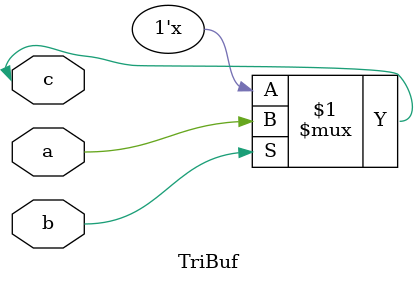
<source format=v>
/*
 * Simple Tri-State Buffer
 * ------------------------------------
 * By: Thomas Carpenter
 * For: University of Leeds
 * Date: 8th March 2021
 *
 * Description
 * ------------
 * The module shows a simple example of how to implement a
 * Tristate buffer using a Verilog Conditional Assignment.
 */

module TriBuf (
    input a, 
    input b,
    inout c  //Special inout tristate signal
);
    assign c = (b) ? a : 1'bz; //If b is high, c is a, else c is high-z
endmodule

</source>
